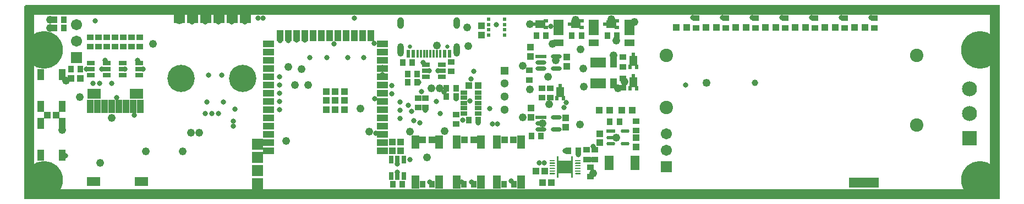
<source format=gts>
G04*
G04 #@! TF.GenerationSoftware,Altium Limited,Altium Designer,22.9.1 (49)*
G04*
G04 Layer_Color=8388736*
%FSLAX25Y25*%
%MOIN*%
G70*
G04*
G04 #@! TF.SameCoordinates,3F8A9F32-4B6F-401C-BF37-4CBD66F0855C*
G04*
G04*
G04 #@! TF.FilePolarity,Negative*
G04*
G01*
G75*
%ADD28R,0.06721X0.02425*%
G04:AMPARAMS|DCode=29|XSize=67.21mil|YSize=24.25mil|CornerRadius=12.12mil|HoleSize=0mil|Usage=FLASHONLY|Rotation=0.000|XOffset=0mil|YOffset=0mil|HoleType=Round|Shape=RoundedRectangle|*
%AMROUNDEDRECTD29*
21,1,0.06721,0.00000,0,0,0.0*
21,1,0.04296,0.02425,0,0,0.0*
1,1,0.02425,0.02148,0.00000*
1,1,0.02425,-0.02148,0.00000*
1,1,0.02425,-0.02148,0.00000*
1,1,0.02425,0.02148,0.00000*
%
%ADD29ROUNDEDRECTD29*%
%ADD30R,0.04134X0.05906*%
%ADD31R,0.09449X0.05906*%
%ADD32R,0.05906X0.04134*%
%ADD33R,0.05906X0.09449*%
%ADD35R,0.01181X0.04528*%
%ADD36R,0.02362X0.04528*%
%ADD48R,0.05269X0.02275*%
G04:AMPARAMS|DCode=49|XSize=52.69mil|YSize=22.75mil|CornerRadius=11.38mil|HoleSize=0mil|Usage=FLASHONLY|Rotation=0.000|XOffset=0mil|YOffset=0mil|HoleType=Round|Shape=RoundedRectangle|*
%AMROUNDEDRECTD49*
21,1,0.05269,0.00000,0,0,0.0*
21,1,0.02993,0.02275,0,0,0.0*
1,1,0.02275,0.01497,0.00000*
1,1,0.02275,-0.01497,0.00000*
1,1,0.02275,-0.01497,0.00000*
1,1,0.02275,0.01497,0.00000*
%
%ADD49ROUNDEDRECTD49*%
%ADD57R,0.05131X0.07887*%
%ADD58R,0.04343X0.06706*%
%ADD59R,0.04343X0.03556*%
%ADD60R,0.03950X0.04343*%
%ADD61C,0.06909*%
%ADD62C,0.00709*%
%ADD63R,0.03556X0.04343*%
%ADD64R,0.03950X0.02769*%
%ADD65R,0.04343X0.04343*%
%ADD66R,0.06706X0.04343*%
%ADD67R,0.04343X0.06706*%
%ADD68R,0.07887X0.06312*%
%ADD69R,0.07887X0.05524*%
%ADD70R,0.03950X0.07887*%
%ADD71R,0.04343X0.03950*%
%ADD72R,0.06945X0.06945*%
%ADD73R,0.06800X0.06800*%
%ADD74R,0.06800X0.06800*%
%ADD75R,0.05131X0.03162*%
%ADD76R,0.03950X0.03950*%
%ADD77R,0.02769X0.02020*%
%ADD78R,0.03359X0.02020*%
%ADD79R,0.02020X0.02769*%
%ADD80R,0.02020X0.03359*%
%ADD81R,0.05800X0.09068*%
%ADD82R,0.02375X0.02375*%
%ADD83R,0.03162X0.05131*%
%ADD84C,0.08123*%
%ADD85R,0.05118X0.05118*%
%ADD86C,0.05118*%
G04:AMPARAMS|DCode=87|XSize=39.37mil|YSize=70.87mil|CornerRadius=19.68mil|HoleSize=0mil|Usage=FLASHONLY|Rotation=180.000|XOffset=0mil|YOffset=0mil|HoleType=Round|Shape=RoundedRectangle|*
%AMROUNDEDRECTD87*
21,1,0.03937,0.03150,0,0,180.0*
21,1,0.00000,0.07087,0,0,180.0*
1,1,0.03937,0.00000,0.01575*
1,1,0.03937,0.00000,0.01575*
1,1,0.03937,0.00000,-0.01575*
1,1,0.03937,0.00000,-0.01575*
%
%ADD87ROUNDEDRECTD87*%
G04:AMPARAMS|DCode=88|XSize=39.37mil|YSize=82.68mil|CornerRadius=19.68mil|HoleSize=0mil|Usage=FLASHONLY|Rotation=180.000|XOffset=0mil|YOffset=0mil|HoleType=Round|Shape=RoundedRectangle|*
%AMROUNDEDRECTD88*
21,1,0.03937,0.04331,0,0,180.0*
21,1,0.00000,0.08268,0,0,180.0*
1,1,0.03937,0.00000,0.02165*
1,1,0.03937,0.00000,0.02165*
1,1,0.03937,0.00000,-0.02165*
1,1,0.03937,0.00000,-0.02165*
%
%ADD88ROUNDEDRECTD88*%
%ADD89C,0.02559*%
%ADD90C,0.06706*%
%ADD91R,0.06706X0.06706*%
%ADD92C,0.16548*%
%ADD93C,0.04921*%
%ADD94C,0.03937*%
%ADD95R,0.09068X0.09068*%
%ADD96C,0.09068*%
%ADD97C,0.03162*%
%ADD98C,0.04800*%
%ADD99C,0.02362*%
%ADD100C,0.22847*%
G36*
X693991Y137509D02*
X693973Y137491D01*
X102991D01*
Y254838D01*
X103453Y255029D01*
X103473Y255009D01*
X103681Y255509D01*
X693991D01*
Y137509D01*
D02*
G37*
%LPC*%
G36*
X687852Y249509D02*
X687835Y249491D01*
X108991D01*
Y143491D01*
X109009Y143509D01*
X687852D01*
Y249509D01*
D02*
G37*
%LPD*%
G36*
X461453Y241638D02*
X455547D01*
Y246362D01*
X461453D01*
Y241638D01*
D02*
G37*
G36*
X439953D02*
X434047D01*
Y246362D01*
X439953D01*
Y241638D01*
D02*
G37*
G36*
X418453D02*
X412547D01*
Y246362D01*
X418453D01*
Y241638D01*
D02*
G37*
G36*
X474362Y218516D02*
X469638D01*
Y224421D01*
X474362D01*
Y218516D01*
D02*
G37*
G36*
Y205547D02*
X469638D01*
Y211453D01*
X474362D01*
Y205547D01*
D02*
G37*
G36*
X429862Y199547D02*
X425138D01*
Y205453D01*
X429862D01*
Y199547D01*
D02*
G37*
G36*
X435323Y150504D02*
X434339D01*
Y153161D01*
X426661D01*
Y150504D01*
X425677D01*
Y163496D01*
X426661D01*
Y160839D01*
X434339D01*
Y163496D01*
X435323D01*
Y150504D01*
D02*
G37*
G36*
X439949Y160543D02*
X436918D01*
X436773Y160603D01*
X436662Y160714D01*
X436602Y160859D01*
Y160937D01*
Y161015D01*
X436662Y161160D01*
X436773Y161271D01*
X436918Y161331D01*
X439949D01*
Y160543D01*
D02*
G37*
G36*
X424227Y161271D02*
X424338Y161160D01*
X424398Y161015D01*
Y160937D01*
Y160859D01*
X424338Y160714D01*
X424227Y160603D01*
X424082Y160543D01*
X421051D01*
Y161331D01*
X424082D01*
X424227Y161271D01*
D02*
G37*
G36*
X439949Y158968D02*
X436918D01*
X436773Y159028D01*
X436662Y159139D01*
X436602Y159284D01*
Y159362D01*
Y159441D01*
X436662Y159585D01*
X436773Y159696D01*
X436918Y159756D01*
X436996D01*
Y159756D01*
X439949D01*
Y158968D01*
D02*
G37*
G36*
X424004Y159756D02*
X424082D01*
X424227Y159696D01*
X424338Y159585D01*
X424398Y159441D01*
Y159362D01*
Y159284D01*
X424338Y159139D01*
X424227Y159028D01*
X424082Y158968D01*
X421051D01*
Y159756D01*
X424004Y159756D01*
D02*
G37*
G36*
X439949Y157394D02*
X436918D01*
X436773Y157454D01*
X436662Y157564D01*
X436602Y157709D01*
Y157787D01*
Y157866D01*
X436662Y158010D01*
X436773Y158121D01*
X436918Y158181D01*
X439949D01*
Y157394D01*
D02*
G37*
G36*
X424227Y158121D02*
X424338Y158010D01*
X424398Y157866D01*
Y157787D01*
Y157709D01*
X424338Y157564D01*
X424227Y157454D01*
X424082Y157394D01*
X421051D01*
Y158181D01*
X424082D01*
X424227Y158121D01*
D02*
G37*
G36*
X439949Y155819D02*
X436918D01*
X436773Y155879D01*
X436662Y155990D01*
X436602Y156134D01*
Y156213D01*
Y156291D01*
X436662Y156436D01*
X436773Y156546D01*
X436918Y156606D01*
X439949D01*
Y155819D01*
D02*
G37*
G36*
X424227Y156546D02*
X424338Y156436D01*
X424398Y156291D01*
Y156213D01*
Y156134D01*
X424338Y155990D01*
X424227Y155879D01*
X424082Y155819D01*
X421051D01*
Y156606D01*
X424082D01*
X424227Y156546D01*
D02*
G37*
G36*
X439949Y154244D02*
X436996Y154244D01*
X436918D01*
X436773Y154304D01*
X436662Y154415D01*
X436602Y154560D01*
Y154638D01*
Y154716D01*
X436662Y154861D01*
X436773Y154972D01*
X436918Y155032D01*
X439949D01*
Y154244D01*
D02*
G37*
G36*
X424227Y154972D02*
X424338Y154861D01*
X424398Y154716D01*
Y154638D01*
Y154560D01*
X424338Y154415D01*
X424227Y154304D01*
X424082Y154244D01*
X424004D01*
Y154244D01*
X421051D01*
Y155032D01*
X424082D01*
X424227Y154972D01*
D02*
G37*
G36*
X439949Y152669D02*
X436918D01*
X436773Y152729D01*
X436662Y152840D01*
X436602Y152985D01*
Y153063D01*
Y153141D01*
X436662Y153286D01*
X436773Y153397D01*
X436918Y153457D01*
X439949D01*
Y152669D01*
D02*
G37*
G36*
X424227Y153397D02*
X424338Y153286D01*
X424398Y153141D01*
Y153063D01*
Y152985D01*
X424338Y152840D01*
X424227Y152729D01*
X424082Y152669D01*
X421051D01*
Y153457D01*
X424082D01*
X424227Y153397D01*
D02*
G37*
G36*
X620700Y144500D02*
X602700D01*
Y150700D01*
X620700D01*
Y144500D01*
D02*
G37*
D28*
X415773Y224240D02*
D03*
Y187240D02*
D03*
D29*
Y220500D02*
D03*
Y216760D02*
D03*
X425227D02*
D03*
Y224240D02*
D03*
X415773Y183500D02*
D03*
Y179760D02*
D03*
X425227D02*
D03*
Y187240D02*
D03*
D30*
X460000Y208000D02*
D03*
X460004Y220468D02*
D03*
D31*
X450650Y208000D02*
D03*
X450654Y220468D02*
D03*
D32*
X448000Y232496D02*
D03*
X469500Y232650D02*
D03*
X426500Y232496D02*
D03*
D33*
X448000Y241846D02*
D03*
X469500Y242000D02*
D03*
X426500Y241846D02*
D03*
D35*
X354890Y225866D02*
D03*
X352921D02*
D03*
X350953D02*
D03*
X348984D02*
D03*
X347016D02*
D03*
X345047D02*
D03*
X343079D02*
D03*
X341110D02*
D03*
D36*
X357449D02*
D03*
X338551D02*
D03*
X360598D02*
D03*
X335402D02*
D03*
D48*
X458106Y178740D02*
D03*
D49*
Y175000D02*
D03*
Y171260D02*
D03*
X466894D02*
D03*
Y178740D02*
D03*
D57*
X389216Y147795D02*
D03*
Y172205D02*
D03*
X403784Y147795D02*
D03*
Y172205D02*
D03*
X379575D02*
D03*
Y147795D02*
D03*
X365008Y172205D02*
D03*
Y147795D02*
D03*
X354283Y172205D02*
D03*
Y147795D02*
D03*
X339717Y172205D02*
D03*
Y147795D02*
D03*
D58*
X125992Y164209D02*
D03*
X113000D02*
D03*
Y183500D02*
D03*
X125992D02*
D03*
X125996Y213146D02*
D03*
X113004D02*
D03*
Y193854D02*
D03*
X125996D02*
D03*
D59*
X564000Y247453D02*
D03*
Y241547D02*
D03*
X416500Y204953D02*
D03*
Y199047D02*
D03*
X421500Y199047D02*
D03*
Y204953D02*
D03*
X158000Y235953D02*
D03*
Y230047D02*
D03*
X173000Y235953D02*
D03*
Y230047D02*
D03*
X153000Y235953D02*
D03*
Y230047D02*
D03*
X148000Y235953D02*
D03*
Y230047D02*
D03*
X168000Y235953D02*
D03*
Y230047D02*
D03*
X143000Y235953D02*
D03*
Y230047D02*
D03*
X163000Y235953D02*
D03*
Y230047D02*
D03*
X510000Y241547D02*
D03*
Y247453D02*
D03*
X528000Y241547D02*
D03*
Y247453D02*
D03*
X546000Y241547D02*
D03*
Y247453D02*
D03*
X582000Y241547D02*
D03*
Y247453D02*
D03*
X600000Y241547D02*
D03*
Y247453D02*
D03*
X618000Y241547D02*
D03*
Y247453D02*
D03*
X448500Y167453D02*
D03*
Y161547D02*
D03*
X443500Y161594D02*
D03*
Y167500D02*
D03*
X361500Y220953D02*
D03*
Y215047D02*
D03*
X446000Y156953D02*
D03*
Y151047D02*
D03*
X409000Y210000D02*
D03*
Y215905D02*
D03*
X465500Y218016D02*
D03*
Y223921D02*
D03*
X473500Y179047D02*
D03*
Y184953D02*
D03*
X465500Y205047D02*
D03*
Y210953D02*
D03*
X346000Y193047D02*
D03*
Y198953D02*
D03*
X341500Y193047D02*
D03*
Y198953D02*
D03*
X364500Y183047D02*
D03*
Y188953D02*
D03*
D60*
X344244Y173500D02*
D03*
X349756D02*
D03*
X393744D02*
D03*
X399256D02*
D03*
X122256Y188543D02*
D03*
X116744D02*
D03*
X412744Y154500D02*
D03*
X418256D02*
D03*
X416744Y147500D02*
D03*
X422256D02*
D03*
X375047Y173500D02*
D03*
X369535D02*
D03*
X377756Y206500D02*
D03*
X372244D02*
D03*
X136756Y211000D02*
D03*
X131244D02*
D03*
D61*
X430500Y157000D02*
D03*
D62*
X438276Y160937D02*
D03*
Y159362D02*
D03*
Y157787D02*
D03*
X438317Y156213D02*
D03*
Y154638D02*
D03*
Y153063D02*
D03*
X422724D02*
D03*
Y154638D02*
D03*
Y156213D02*
D03*
X422683Y157787D02*
D03*
Y159362D02*
D03*
Y160937D02*
D03*
D63*
X457547Y184500D02*
D03*
X463453D02*
D03*
X358547Y200000D02*
D03*
X364453D02*
D03*
X399453Y146500D02*
D03*
X393547D02*
D03*
X432547Y167000D02*
D03*
X438453D02*
D03*
X337953Y220500D02*
D03*
X332047D02*
D03*
X340953Y213500D02*
D03*
X335047D02*
D03*
X340953Y208500D02*
D03*
X335047D02*
D03*
X461953Y237000D02*
D03*
X456047D02*
D03*
X440406Y237000D02*
D03*
X434500D02*
D03*
X418953Y237000D02*
D03*
X413047D02*
D03*
X410047Y176000D02*
D03*
X415953D02*
D03*
X344047Y146500D02*
D03*
X349953D02*
D03*
X369339D02*
D03*
X375244D02*
D03*
X364453Y205000D02*
D03*
X358547D02*
D03*
X377953Y185500D02*
D03*
X372047D02*
D03*
X131047Y216500D02*
D03*
X136953D02*
D03*
X121047Y246500D02*
D03*
X126953D02*
D03*
X126953Y241500D02*
D03*
X121047D02*
D03*
X326047Y146500D02*
D03*
X331953D02*
D03*
D64*
X377831Y202299D02*
D03*
Y199150D02*
D03*
Y196000D02*
D03*
Y192850D02*
D03*
Y189701D02*
D03*
X369169D02*
D03*
Y192850D02*
D03*
Y196000D02*
D03*
Y199150D02*
D03*
Y202299D02*
D03*
D65*
X291354Y197394D02*
D03*
X296866D02*
D03*
X285842D02*
D03*
X296866Y202906D02*
D03*
X291354D02*
D03*
X285842D02*
D03*
X296866Y191882D02*
D03*
X291354D02*
D03*
X285842D02*
D03*
D66*
X319898Y167000D02*
D03*
Y172000D02*
D03*
Y177000D02*
D03*
Y182000D02*
D03*
Y187000D02*
D03*
Y192000D02*
D03*
Y197000D02*
D03*
Y202000D02*
D03*
Y207000D02*
D03*
Y212000D02*
D03*
Y217000D02*
D03*
Y222000D02*
D03*
Y227000D02*
D03*
Y232000D02*
D03*
X251000D02*
D03*
Y227000D02*
D03*
Y222000D02*
D03*
Y217000D02*
D03*
Y212000D02*
D03*
Y207000D02*
D03*
Y202000D02*
D03*
Y197000D02*
D03*
Y192000D02*
D03*
Y187000D02*
D03*
Y182000D02*
D03*
Y177000D02*
D03*
Y172000D02*
D03*
Y167000D02*
D03*
D67*
X312949Y236921D02*
D03*
X307949D02*
D03*
X302949D02*
D03*
X297949D02*
D03*
X292949D02*
D03*
X287949D02*
D03*
X282949D02*
D03*
X277949D02*
D03*
X272949D02*
D03*
X267949D02*
D03*
X262949D02*
D03*
X257949D02*
D03*
D68*
X170795Y201622D02*
D03*
X145205D02*
D03*
D69*
X173945Y148276D02*
D03*
X145008D02*
D03*
D70*
X173158Y193748D02*
D03*
X168827D02*
D03*
X164496D02*
D03*
X160165D02*
D03*
X155835D02*
D03*
X151504D02*
D03*
X147173D02*
D03*
X142842D02*
D03*
D71*
X331000Y172256D02*
D03*
Y166744D02*
D03*
X326000Y172256D02*
D03*
Y166744D02*
D03*
X431500Y218244D02*
D03*
Y223756D02*
D03*
X409500Y229756D02*
D03*
Y224244D02*
D03*
X431000Y181244D02*
D03*
Y186756D02*
D03*
X410000Y192756D02*
D03*
Y187244D02*
D03*
X451500Y177256D02*
D03*
Y171744D02*
D03*
X473500Y174756D02*
D03*
Y169244D02*
D03*
X380000Y242756D02*
D03*
Y237244D02*
D03*
D72*
X236728Y247988D02*
D03*
D73*
X228728D02*
D03*
X220730D02*
D03*
X212730D02*
D03*
X204732D02*
D03*
X196732D02*
D03*
D74*
X244063Y170968D02*
D03*
Y162969D02*
D03*
Y154969D02*
D03*
Y146968D02*
D03*
D75*
X162579Y212760D02*
D03*
Y216500D02*
D03*
Y220240D02*
D03*
X172421D02*
D03*
Y216500D02*
D03*
Y212760D02*
D03*
X152921Y220240D02*
D03*
Y216500D02*
D03*
Y212760D02*
D03*
X143079D02*
D03*
Y216500D02*
D03*
Y220240D02*
D03*
X346079Y219240D02*
D03*
Y215500D02*
D03*
Y211760D02*
D03*
X355921D02*
D03*
Y215500D02*
D03*
Y219240D02*
D03*
D76*
X504150Y242000D02*
D03*
X497850D02*
D03*
X522150D02*
D03*
X515850D02*
D03*
X540150D02*
D03*
X533850D02*
D03*
X558150D02*
D03*
X551850D02*
D03*
X576150D02*
D03*
X569850D02*
D03*
X594150D02*
D03*
X587850D02*
D03*
X612150D02*
D03*
X605850D02*
D03*
X464850Y191500D02*
D03*
X471150D02*
D03*
X451350D02*
D03*
X457650D02*
D03*
D77*
X462043Y242032D02*
D03*
Y245969D02*
D03*
X440543Y242032D02*
D03*
Y245969D02*
D03*
X419043Y242032D02*
D03*
Y245969D02*
D03*
D78*
X455252Y244000D02*
D03*
X433752D02*
D03*
X412252D02*
D03*
D79*
X425531Y198957D02*
D03*
X429468D02*
D03*
X470031Y217925D02*
D03*
X473969D02*
D03*
X470031Y204957D02*
D03*
X473969D02*
D03*
D80*
X427500Y205748D02*
D03*
X472000Y224716D02*
D03*
Y211748D02*
D03*
D81*
X472815Y159500D02*
D03*
X457185D02*
D03*
D82*
X393724Y246724D02*
D03*
Y243575D02*
D03*
Y240425D02*
D03*
Y237276D02*
D03*
X384276D02*
D03*
Y240425D02*
D03*
Y243575D02*
D03*
Y246724D02*
D03*
D83*
X332740Y161421D02*
D03*
X329000D02*
D03*
X325260D02*
D03*
Y151579D02*
D03*
X329000D02*
D03*
X332740D02*
D03*
D84*
X491925Y193327D02*
D03*
Y224823D02*
D03*
X643500Y182500D02*
D03*
Y224823D02*
D03*
D85*
X394000Y215622D02*
D03*
D86*
Y207748D02*
D03*
Y199874D02*
D03*
Y192000D02*
D03*
D87*
X365008Y244587D02*
D03*
X330992D02*
D03*
D88*
X365008Y228130D02*
D03*
X330992D02*
D03*
D89*
X359378Y230098D02*
D03*
X336622D02*
D03*
D90*
X134500Y243500D02*
D03*
Y233500D02*
D03*
X492000Y167264D02*
D03*
Y177264D02*
D03*
D91*
X134500Y223500D02*
D03*
X492000Y157264D02*
D03*
D92*
X235205Y211000D02*
D03*
X198000D02*
D03*
D93*
X516269Y208300D02*
D03*
D94*
X545600D02*
D03*
D95*
X675500Y174500D02*
D03*
D96*
Y189500D02*
D03*
Y204500D02*
D03*
D97*
X158914Y199154D02*
D03*
X145733Y246033D02*
D03*
X421833Y242633D02*
D03*
X503500Y207000D02*
D03*
X223421Y196500D02*
D03*
X230500Y192126D02*
D03*
X222543Y212874D02*
D03*
X214500Y212968D02*
D03*
X213579Y196500D02*
D03*
X290500Y232000D02*
D03*
X389000Y243500D02*
D03*
X316019Y177396D02*
D03*
X357319Y202500D02*
D03*
X354819Y189500D02*
D03*
X229500Y185000D02*
D03*
X336500Y161500D02*
D03*
X378000Y184000D02*
D03*
X368500Y185500D02*
D03*
X364500Y198500D02*
D03*
X373621Y210500D02*
D03*
X148500Y208000D02*
D03*
X144500D02*
D03*
X431333Y196333D02*
D03*
X315264Y198701D02*
D03*
X338882Y185316D02*
D03*
X257500Y202000D02*
D03*
Y212000D02*
D03*
X385000Y192500D02*
D03*
X446000Y161500D02*
D03*
X236451Y245181D02*
D03*
X204500D02*
D03*
X257500Y192000D02*
D03*
X330535Y191465D02*
D03*
X247458Y247542D02*
D03*
X314795Y232289D02*
D03*
X308500Y223500D02*
D03*
X418000Y159500D02*
D03*
X415000D02*
D03*
X386558Y183190D02*
D03*
X389420D02*
D03*
X375255Y215255D02*
D03*
X368000Y148000D02*
D03*
X398000Y148500D02*
D03*
X374000Y148000D02*
D03*
X508000Y248000D02*
D03*
X429785Y193209D02*
D03*
X228500Y245181D02*
D03*
X544000Y248000D02*
D03*
X526000D02*
D03*
X598000D02*
D03*
X616000D02*
D03*
X580000D02*
D03*
X562000D02*
D03*
X276000Y223500D02*
D03*
X152000Y222000D02*
D03*
X447500Y169500D02*
D03*
X438500Y164500D02*
D03*
X430500Y167000D02*
D03*
X342500Y183819D02*
D03*
X330500Y186500D02*
D03*
X335652Y194652D02*
D03*
X337500Y191000D02*
D03*
X348458Y147958D02*
D03*
X257500Y207000D02*
D03*
Y197000D02*
D03*
X220500Y245181D02*
D03*
X212500D02*
D03*
X212626Y189500D02*
D03*
X216563D02*
D03*
X220500D02*
D03*
X128000Y164000D02*
D03*
X156000Y208000D02*
D03*
X258000Y234000D02*
D03*
X229500Y181862D02*
D03*
X244415Y247543D02*
D03*
X329000Y154000D02*
D03*
Y159000D02*
D03*
X352500Y197000D02*
D03*
X346000Y191500D02*
D03*
X343500Y203000D02*
D03*
X342000Y208500D02*
D03*
X330500Y196500D02*
D03*
X372732Y197193D02*
D03*
X320000Y217500D02*
D03*
Y213181D02*
D03*
X169500Y188500D02*
D03*
X286181Y223500D02*
D03*
X299000D02*
D03*
X344500Y220500D02*
D03*
X325500Y206500D02*
D03*
X353500Y215500D02*
D03*
X348095D02*
D03*
X175000Y216500D02*
D03*
X140500D02*
D03*
X150000D02*
D03*
X164000D02*
D03*
X268000Y234181D02*
D03*
X263000Y234000D02*
D03*
X273000Y234181D02*
D03*
X325500Y201500D02*
D03*
X303000Y247500D02*
D03*
X171500Y222000D02*
D03*
D98*
X409200Y204300D02*
D03*
X204000Y177818D02*
D03*
X208918D02*
D03*
X136500Y199500D02*
D03*
X353000Y231000D02*
D03*
X261500Y173000D02*
D03*
X181000Y232000D02*
D03*
X149000Y159500D02*
D03*
X176500Y166500D02*
D03*
X440000Y228500D02*
D03*
X372000Y230500D02*
D03*
X371275Y241725D02*
D03*
X425000Y222000D02*
D03*
X409243Y243743D02*
D03*
X461500Y175000D02*
D03*
X439500Y183000D02*
D03*
X417000Y183500D02*
D03*
X404916Y187119D02*
D03*
X421000Y195169D02*
D03*
X311997Y178500D02*
D03*
X357500Y179000D02*
D03*
X199000Y166500D02*
D03*
X405044Y218500D02*
D03*
X271000Y216500D02*
D03*
X441500Y217000D02*
D03*
X420047Y212000D02*
D03*
X306500Y192500D02*
D03*
X336500Y178500D02*
D03*
X263000Y218000D02*
D03*
X267000Y207000D02*
D03*
X275000D02*
D03*
X354500Y205000D02*
D03*
X349500D02*
D03*
X472423Y245107D02*
D03*
X347000Y163000D02*
D03*
X462500Y205000D02*
D03*
X466500Y209000D02*
D03*
X442000Y206000D02*
D03*
X461383Y233883D02*
D03*
X460000Y225000D02*
D03*
X458500Y247000D02*
D03*
X436923Y246666D02*
D03*
X126000Y179500D02*
D03*
X128268Y209693D02*
D03*
X447661Y153054D02*
D03*
X423000Y232000D02*
D03*
X118500Y246500D02*
D03*
X156000Y187000D02*
D03*
X196918Y246318D02*
D03*
X448000Y239500D02*
D03*
X118500Y241500D02*
D03*
D99*
X426957Y155032D02*
D03*
X430500D02*
D03*
X434043D02*
D03*
X426957Y158968D02*
D03*
X430500D02*
D03*
X434043D02*
D03*
D100*
X114811Y228051D02*
D03*
X681740Y149311D02*
D03*
Y228051D02*
D03*
X114811Y149311D02*
D03*
M02*

</source>
